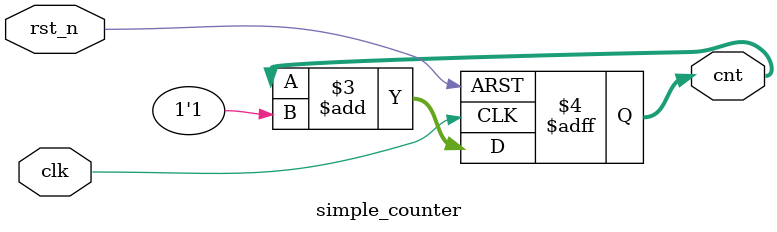
<source format=v>

module simple_counter
#(
  parameter WIDTH=8
)
(
 input                  clk,
 input                  rst_n,
 output reg [WIDTH-1:0] cnt
 );
          
   always@(posedge clk or negedge rst_n)
     begin
        if(!rst_n)
          cnt <= {WIDTH{1'b0}};
        else
          cnt <= cnt + 1'b1;
     end
   
endmodule // simple_counter

   


</source>
